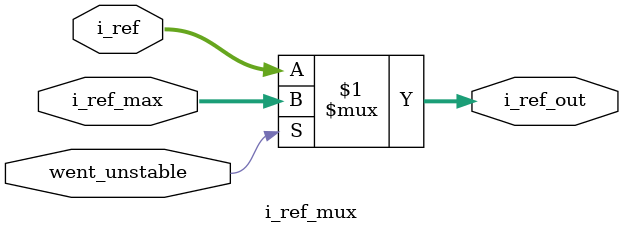
<source format=v>
module i_ref_mux #(parameter BUS_WIDTH = 10) (
  input                  went_unstable,
  input  [BUS_WIDTH-1:0] i_ref        ,
  input  [BUS_WIDTH-1:0] i_ref_max    ,
  output [BUS_WIDTH-1:0] i_ref_out
);

  assign i_ref_out = went_unstable ? i_ref_max : i_ref;


endmodule
</source>
